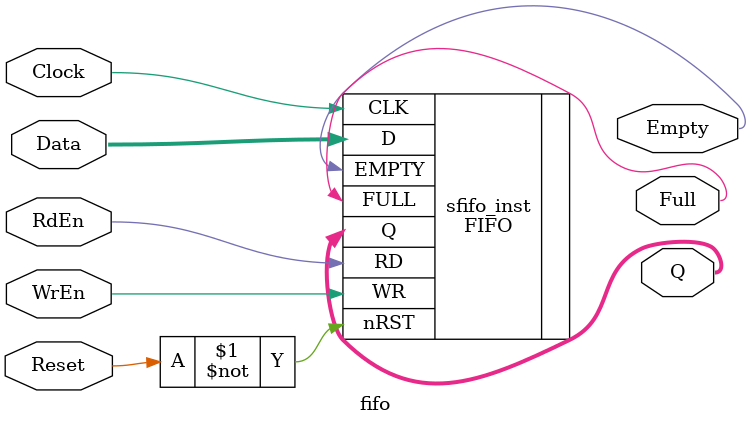
<source format=v>
`default_nettype none
module fifo (
	input [17:0] Data,
	input Clock,
	input WrEn,
	input RdEn,
	input Reset,
	output [17:0] Q,
	output Empty,
	output Full
);

FIFO # (
	.width(18),
	.widthad(10),
	.numwords(1024)
) sfifo_inst (
	.CLK(Clock),     //in      System Clock
	.nRST(~Reset),   //in      Reset
	.D(Data),        //in      Data
	.Q(Q),           //out     Data
	.WR(WrEn),       //in      Write Request
	.RD(RdEn),       //in      Read Request
	.FULL(Full),     //out     Full Flag
	.EMPTY(Empty)    //out     Empty Flag
);

endmodule
`default_nettype wire

</source>
